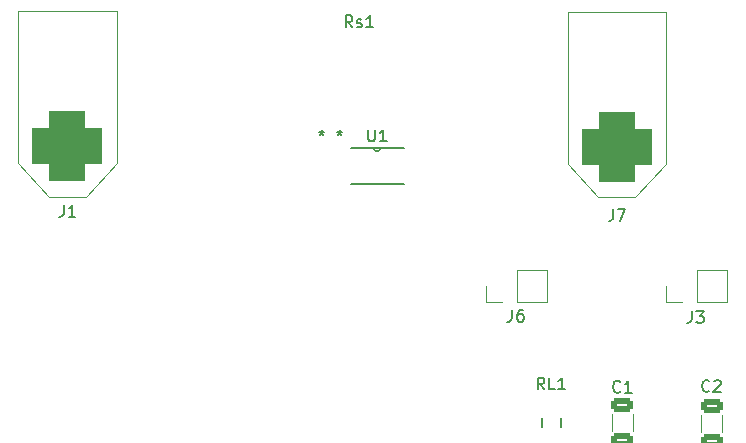
<source format=gto>
%TF.GenerationSoftware,KiCad,Pcbnew,7.0.2*%
%TF.CreationDate,2023-09-06T16:15:59-07:00*%
%TF.ProjectId,Current Sense Standalone,43757272-656e-4742-9053-656e73652053,rev?*%
%TF.SameCoordinates,Original*%
%TF.FileFunction,Legend,Top*%
%TF.FilePolarity,Positive*%
%FSLAX46Y46*%
G04 Gerber Fmt 4.6, Leading zero omitted, Abs format (unit mm)*
G04 Created by KiCad (PCBNEW 7.0.2) date 2023-09-06 16:15:59*
%MOMM*%
%LPD*%
G01*
G04 APERTURE LIST*
G04 Aperture macros list*
%AMRoundRect*
0 Rectangle with rounded corners*
0 $1 Rounding radius*
0 $2 $3 $4 $5 $6 $7 $8 $9 X,Y pos of 4 corners*
0 Add a 4 corners polygon primitive as box body*
4,1,4,$2,$3,$4,$5,$6,$7,$8,$9,$2,$3,0*
0 Add four circle primitives for the rounded corners*
1,1,$1+$1,$2,$3*
1,1,$1+$1,$4,$5*
1,1,$1+$1,$6,$7*
1,1,$1+$1,$8,$9*
0 Add four rect primitives between the rounded corners*
20,1,$1+$1,$2,$3,$4,$5,0*
20,1,$1+$1,$4,$5,$6,$7,0*
20,1,$1+$1,$6,$7,$8,$9,0*
20,1,$1+$1,$8,$9,$2,$3,0*%
G04 Aperture macros list end*
%ADD10C,0.150000*%
%ADD11C,0.120000*%
%ADD12C,0.127000*%
%ADD13C,0.152400*%
%ADD14RoundRect,1.500000X1.500000X-1.500000X1.500000X1.500000X-1.500000X1.500000X-1.500000X-1.500000X0*%
%ADD15C,6.000000*%
%ADD16RoundRect,0.250000X-0.650000X0.325000X-0.650000X-0.325000X0.650000X-0.325000X0.650000X0.325000X0*%
%ADD17R,1.800000X1.600000*%
%ADD18R,4.000000X7.800000*%
%ADD19R,1.700000X1.700000*%
%ADD20O,1.700000X1.700000*%
%ADD21R,1.473200X0.355600*%
G04 APERTURE END LIST*
D10*
X154221500Y-102705270D02*
X154221500Y-103419555D01*
X154221500Y-103419555D02*
X154173881Y-103562412D01*
X154173881Y-103562412D02*
X154078643Y-103657651D01*
X154078643Y-103657651D02*
X153935786Y-103705270D01*
X153935786Y-103705270D02*
X153840548Y-103705270D01*
X154602453Y-102705270D02*
X155269119Y-102705270D01*
X155269119Y-102705270D02*
X154840548Y-103705270D01*
X162377120Y-118110252D02*
X162329501Y-118157872D01*
X162329501Y-118157872D02*
X162186644Y-118205491D01*
X162186644Y-118205491D02*
X162091406Y-118205491D01*
X162091406Y-118205491D02*
X161948549Y-118157872D01*
X161948549Y-118157872D02*
X161853311Y-118062633D01*
X161853311Y-118062633D02*
X161805692Y-117967395D01*
X161805692Y-117967395D02*
X161758073Y-117776919D01*
X161758073Y-117776919D02*
X161758073Y-117634062D01*
X161758073Y-117634062D02*
X161805692Y-117443586D01*
X161805692Y-117443586D02*
X161853311Y-117348348D01*
X161853311Y-117348348D02*
X161948549Y-117253110D01*
X161948549Y-117253110D02*
X162091406Y-117205491D01*
X162091406Y-117205491D02*
X162186644Y-117205491D01*
X162186644Y-117205491D02*
X162329501Y-117253110D01*
X162329501Y-117253110D02*
X162377120Y-117300729D01*
X162758073Y-117300729D02*
X162805692Y-117253110D01*
X162805692Y-117253110D02*
X162900930Y-117205491D01*
X162900930Y-117205491D02*
X163139025Y-117205491D01*
X163139025Y-117205491D02*
X163234263Y-117253110D01*
X163234263Y-117253110D02*
X163281882Y-117300729D01*
X163281882Y-117300729D02*
X163329501Y-117395967D01*
X163329501Y-117395967D02*
X163329501Y-117491205D01*
X163329501Y-117491205D02*
X163281882Y-117634062D01*
X163281882Y-117634062D02*
X162710454Y-118205491D01*
X162710454Y-118205491D02*
X163329501Y-118205491D01*
X148401356Y-117981796D02*
X148068023Y-117505605D01*
X147829928Y-117981796D02*
X147829928Y-116981796D01*
X147829928Y-116981796D02*
X148210880Y-116981796D01*
X148210880Y-116981796D02*
X148306118Y-117029415D01*
X148306118Y-117029415D02*
X148353737Y-117077034D01*
X148353737Y-117077034D02*
X148401356Y-117172272D01*
X148401356Y-117172272D02*
X148401356Y-117315129D01*
X148401356Y-117315129D02*
X148353737Y-117410367D01*
X148353737Y-117410367D02*
X148306118Y-117457986D01*
X148306118Y-117457986D02*
X148210880Y-117505605D01*
X148210880Y-117505605D02*
X147829928Y-117505605D01*
X149306118Y-117981796D02*
X148829928Y-117981796D01*
X148829928Y-117981796D02*
X148829928Y-116981796D01*
X150163261Y-117981796D02*
X149591833Y-117981796D01*
X149877547Y-117981796D02*
X149877547Y-116981796D01*
X149877547Y-116981796D02*
X149782309Y-117124653D01*
X149782309Y-117124653D02*
X149687071Y-117219891D01*
X149687071Y-117219891D02*
X149591833Y-117267510D01*
X132148571Y-87322619D02*
X131815238Y-86846428D01*
X131577143Y-87322619D02*
X131577143Y-86322619D01*
X131577143Y-86322619D02*
X131958095Y-86322619D01*
X131958095Y-86322619D02*
X132053333Y-86370238D01*
X132053333Y-86370238D02*
X132100952Y-86417857D01*
X132100952Y-86417857D02*
X132148571Y-86513095D01*
X132148571Y-86513095D02*
X132148571Y-86655952D01*
X132148571Y-86655952D02*
X132100952Y-86751190D01*
X132100952Y-86751190D02*
X132053333Y-86798809D01*
X132053333Y-86798809D02*
X131958095Y-86846428D01*
X131958095Y-86846428D02*
X131577143Y-86846428D01*
X132529524Y-87275000D02*
X132624762Y-87322619D01*
X132624762Y-87322619D02*
X132815238Y-87322619D01*
X132815238Y-87322619D02*
X132910476Y-87275000D01*
X132910476Y-87275000D02*
X132958095Y-87179761D01*
X132958095Y-87179761D02*
X132958095Y-87132142D01*
X132958095Y-87132142D02*
X132910476Y-87036904D01*
X132910476Y-87036904D02*
X132815238Y-86989285D01*
X132815238Y-86989285D02*
X132672381Y-86989285D01*
X132672381Y-86989285D02*
X132577143Y-86941666D01*
X132577143Y-86941666D02*
X132529524Y-86846428D01*
X132529524Y-86846428D02*
X132529524Y-86798809D01*
X132529524Y-86798809D02*
X132577143Y-86703571D01*
X132577143Y-86703571D02*
X132672381Y-86655952D01*
X132672381Y-86655952D02*
X132815238Y-86655952D01*
X132815238Y-86655952D02*
X132910476Y-86703571D01*
X133910476Y-87322619D02*
X133339048Y-87322619D01*
X133624762Y-87322619D02*
X133624762Y-86322619D01*
X133624762Y-86322619D02*
X133529524Y-86465476D01*
X133529524Y-86465476D02*
X133434286Y-86560714D01*
X133434286Y-86560714D02*
X133339048Y-86608333D01*
X154843635Y-118155485D02*
X154796016Y-118203105D01*
X154796016Y-118203105D02*
X154653159Y-118250724D01*
X154653159Y-118250724D02*
X154557921Y-118250724D01*
X154557921Y-118250724D02*
X154415064Y-118203105D01*
X154415064Y-118203105D02*
X154319826Y-118107866D01*
X154319826Y-118107866D02*
X154272207Y-118012628D01*
X154272207Y-118012628D02*
X154224588Y-117822152D01*
X154224588Y-117822152D02*
X154224588Y-117679295D01*
X154224588Y-117679295D02*
X154272207Y-117488819D01*
X154272207Y-117488819D02*
X154319826Y-117393581D01*
X154319826Y-117393581D02*
X154415064Y-117298343D01*
X154415064Y-117298343D02*
X154557921Y-117250724D01*
X154557921Y-117250724D02*
X154653159Y-117250724D01*
X154653159Y-117250724D02*
X154796016Y-117298343D01*
X154796016Y-117298343D02*
X154843635Y-117345962D01*
X155796016Y-118250724D02*
X155224588Y-118250724D01*
X155510302Y-118250724D02*
X155510302Y-117250724D01*
X155510302Y-117250724D02*
X155415064Y-117393581D01*
X155415064Y-117393581D02*
X155319826Y-117488819D01*
X155319826Y-117488819D02*
X155224588Y-117536438D01*
X160877819Y-111346557D02*
X160877819Y-112060842D01*
X160877819Y-112060842D02*
X160830200Y-112203699D01*
X160830200Y-112203699D02*
X160734962Y-112298938D01*
X160734962Y-112298938D02*
X160592105Y-112346557D01*
X160592105Y-112346557D02*
X160496867Y-112346557D01*
X161258772Y-111346557D02*
X161877819Y-111346557D01*
X161877819Y-111346557D02*
X161544486Y-111727509D01*
X161544486Y-111727509D02*
X161687343Y-111727509D01*
X161687343Y-111727509D02*
X161782581Y-111775128D01*
X161782581Y-111775128D02*
X161830200Y-111822747D01*
X161830200Y-111822747D02*
X161877819Y-111917985D01*
X161877819Y-111917985D02*
X161877819Y-112156080D01*
X161877819Y-112156080D02*
X161830200Y-112251318D01*
X161830200Y-112251318D02*
X161782581Y-112298938D01*
X161782581Y-112298938D02*
X161687343Y-112346557D01*
X161687343Y-112346557D02*
X161401629Y-112346557D01*
X161401629Y-112346557D02*
X161306391Y-112298938D01*
X161306391Y-112298938D02*
X161258772Y-112251318D01*
X133477095Y-95982619D02*
X133477095Y-96792142D01*
X133477095Y-96792142D02*
X133524714Y-96887380D01*
X133524714Y-96887380D02*
X133572333Y-96935000D01*
X133572333Y-96935000D02*
X133667571Y-96982619D01*
X133667571Y-96982619D02*
X133858047Y-96982619D01*
X133858047Y-96982619D02*
X133953285Y-96935000D01*
X133953285Y-96935000D02*
X134000904Y-96887380D01*
X134000904Y-96887380D02*
X134048523Y-96792142D01*
X134048523Y-96792142D02*
X134048523Y-95982619D01*
X135048523Y-96982619D02*
X134477095Y-96982619D01*
X134762809Y-96982619D02*
X134762809Y-95982619D01*
X134762809Y-95982619D02*
X134667571Y-96125476D01*
X134667571Y-96125476D02*
X134572333Y-96220714D01*
X134572333Y-96220714D02*
X134477095Y-96268333D01*
X129540000Y-96049019D02*
X129540000Y-96287114D01*
X129301905Y-96191876D02*
X129540000Y-96287114D01*
X129540000Y-96287114D02*
X129778095Y-96191876D01*
X129397143Y-96477590D02*
X129540000Y-96287114D01*
X129540000Y-96287114D02*
X129682857Y-96477590D01*
X131064000Y-96049019D02*
X131064000Y-96287114D01*
X130825905Y-96191876D02*
X131064000Y-96287114D01*
X131064000Y-96287114D02*
X131302095Y-96191876D01*
X130921143Y-96477590D02*
X131064000Y-96287114D01*
X131064000Y-96287114D02*
X131206857Y-96477590D01*
X107691127Y-102377895D02*
X107691127Y-103092180D01*
X107691127Y-103092180D02*
X107643508Y-103235037D01*
X107643508Y-103235037D02*
X107548270Y-103330276D01*
X107548270Y-103330276D02*
X107405413Y-103377895D01*
X107405413Y-103377895D02*
X107310175Y-103377895D01*
X108691127Y-103377895D02*
X108119699Y-103377895D01*
X108405413Y-103377895D02*
X108405413Y-102377895D01*
X108405413Y-102377895D02*
X108310175Y-102520752D01*
X108310175Y-102520752D02*
X108214937Y-102615990D01*
X108214937Y-102615990D02*
X108119699Y-102663609D01*
X145656435Y-111243331D02*
X145656435Y-111957616D01*
X145656435Y-111957616D02*
X145608816Y-112100473D01*
X145608816Y-112100473D02*
X145513578Y-112195712D01*
X145513578Y-112195712D02*
X145370721Y-112243331D01*
X145370721Y-112243331D02*
X145275483Y-112243331D01*
X146561197Y-111243331D02*
X146370721Y-111243331D01*
X146370721Y-111243331D02*
X146275483Y-111290950D01*
X146275483Y-111290950D02*
X146227864Y-111338569D01*
X146227864Y-111338569D02*
X146132626Y-111481426D01*
X146132626Y-111481426D02*
X146085007Y-111671902D01*
X146085007Y-111671902D02*
X146085007Y-112052854D01*
X146085007Y-112052854D02*
X146132626Y-112148092D01*
X146132626Y-112148092D02*
X146180245Y-112195712D01*
X146180245Y-112195712D02*
X146275483Y-112243331D01*
X146275483Y-112243331D02*
X146465959Y-112243331D01*
X146465959Y-112243331D02*
X146561197Y-112195712D01*
X146561197Y-112195712D02*
X146608816Y-112148092D01*
X146608816Y-112148092D02*
X146656435Y-112052854D01*
X146656435Y-112052854D02*
X146656435Y-111814759D01*
X146656435Y-111814759D02*
X146608816Y-111719521D01*
X146608816Y-111719521D02*
X146561197Y-111671902D01*
X146561197Y-111671902D02*
X146465959Y-111624283D01*
X146465959Y-111624283D02*
X146275483Y-111624283D01*
X146275483Y-111624283D02*
X146180245Y-111671902D01*
X146180245Y-111671902D02*
X146132626Y-111719521D01*
X146132626Y-111719521D02*
X146085007Y-111814759D01*
D11*
X152958994Y-101711689D02*
X156108994Y-101711689D01*
X156108994Y-101711689D02*
X158708994Y-98861689D01*
X150408994Y-98861689D02*
X152958994Y-101711689D01*
X158708994Y-98861689D02*
X158708994Y-86011689D01*
X150408994Y-86011689D02*
X150408994Y-98861689D01*
X158708994Y-86011689D02*
X150408994Y-86011689D01*
X163470000Y-120143748D02*
X163470000Y-121566252D01*
X161650000Y-120143748D02*
X161650000Y-121566252D01*
D12*
X149771000Y-120380000D02*
X149771000Y-121180000D01*
X148171000Y-120380000D02*
X148171000Y-121180000D01*
D11*
X155925000Y-120068748D02*
X155925000Y-121491252D01*
X154105000Y-120068748D02*
X154105000Y-121491252D01*
X158690000Y-110550000D02*
X158690000Y-109220000D01*
X160020000Y-110550000D02*
X158690000Y-110550000D01*
X161290000Y-110550000D02*
X163890000Y-110550000D01*
X161290000Y-110550000D02*
X161290000Y-107890000D01*
X163890000Y-110550000D02*
X163890000Y-107890000D01*
X161290000Y-107890000D02*
X163890000Y-107890000D01*
D13*
X131991100Y-100609400D02*
X136486900Y-100609400D01*
X136486900Y-97510600D02*
X131991100Y-97510600D01*
X133934200Y-97510600D02*
G75*
G03*
X134543800Y-97510600I304800J0D01*
G01*
D11*
X106424461Y-101665276D02*
X109574461Y-101665276D01*
X109574461Y-101665276D02*
X112174461Y-98815276D01*
X103874461Y-98815276D02*
X106424461Y-101665276D01*
X112174461Y-98815276D02*
X112174461Y-85965276D01*
X103874461Y-85965276D02*
X103874461Y-98815276D01*
X112174461Y-85965276D02*
X103874461Y-85965276D01*
X143450000Y-110550000D02*
X143450000Y-109220000D01*
X144780000Y-110550000D02*
X143450000Y-110550000D01*
X146050000Y-110550000D02*
X148650000Y-110550000D01*
X146050000Y-110550000D02*
X146050000Y-107890000D01*
X148650000Y-110550000D02*
X148650000Y-107890000D01*
X146050000Y-107890000D02*
X148650000Y-107890000D01*
%LPC*%
D14*
X154558994Y-97461689D03*
D15*
X154558994Y-90261689D03*
D16*
X162560000Y-119380000D03*
X162560000Y-122330000D03*
D17*
X148971000Y-119380000D03*
X148971000Y-122180000D03*
D18*
X138220000Y-86360000D03*
X127220000Y-86360000D03*
D16*
X155015000Y-119305000D03*
X155015000Y-122255000D03*
D19*
X160020000Y-109220000D03*
D20*
X162560000Y-109220000D03*
D21*
X131318000Y-98085001D03*
X131318000Y-98734999D03*
X131318000Y-99385001D03*
X131318000Y-100034999D03*
X137160000Y-100034999D03*
X137160000Y-99385001D03*
X137160000Y-98734999D03*
X137160000Y-98085001D03*
D14*
X108024461Y-97415276D03*
D15*
X108024461Y-90215276D03*
D19*
X144780000Y-109220000D03*
D20*
X147320000Y-109220000D03*
%LPD*%
M02*

</source>
